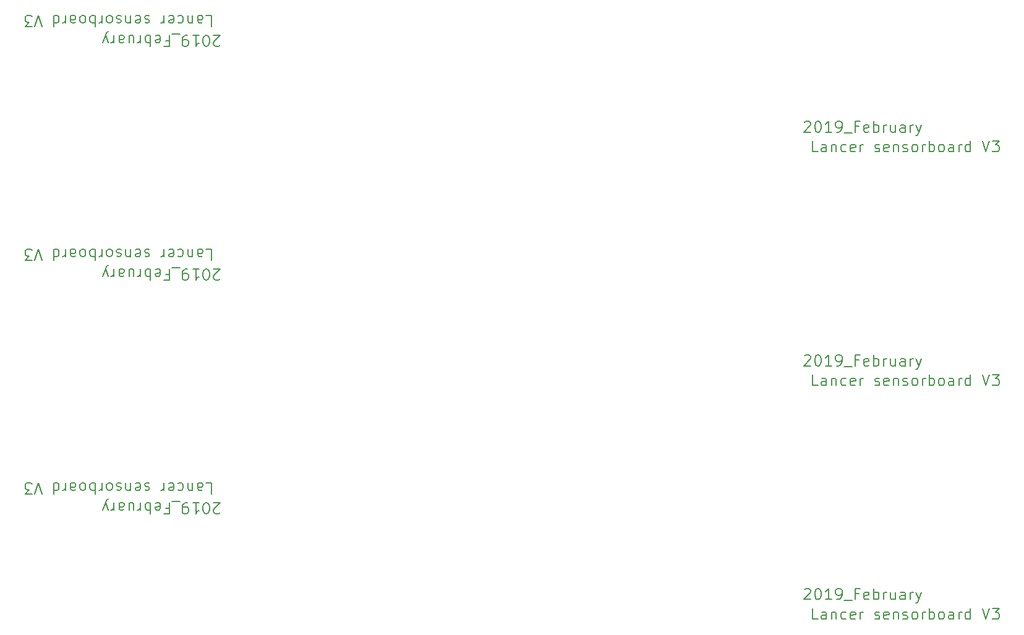
<source format=gto>
G04 #@! TF.GenerationSoftware,KiCad,Pcbnew,(5.0.0)*
G04 #@! TF.CreationDate,2019-02-16T18:39:58+09:00*
G04 #@! TF.ProjectId,lancer_sensorboard_v3,6C616E6365725F73656E736F72626F61,rev?*
G04 #@! TF.SameCoordinates,Original*
G04 #@! TF.FileFunction,Legend,Top*
G04 #@! TF.FilePolarity,Positive*
%FSLAX46Y46*%
G04 Gerber Fmt 4.6, Leading zero omitted, Abs format (unit mm)*
G04 Created by KiCad (PCBNEW (5.0.0)) date 02/16/19 18:39:58*
%MOMM*%
%LPD*%
G01*
G04 APERTURE LIST*
%ADD10C,0.200000*%
%ADD11C,3.600000*%
G04 APERTURE END LIST*
D10*
X79977939Y-64228571D02*
X79906511Y-64300000D01*
X79763654Y-64371428D01*
X79406511Y-64371428D01*
X79263654Y-64300000D01*
X79192225Y-64228571D01*
X79120796Y-64085714D01*
X79120796Y-63942857D01*
X79192225Y-63728571D01*
X80049368Y-62871428D01*
X79120796Y-62871428D01*
X78192225Y-64371428D02*
X78049368Y-64371428D01*
X77906511Y-64300000D01*
X77835082Y-64228571D01*
X77763654Y-64085714D01*
X77692225Y-63800000D01*
X77692225Y-63442857D01*
X77763654Y-63157142D01*
X77835082Y-63014285D01*
X77906511Y-62942857D01*
X78049368Y-62871428D01*
X78192225Y-62871428D01*
X78335082Y-62942857D01*
X78406511Y-63014285D01*
X78477939Y-63157142D01*
X78549368Y-63442857D01*
X78549368Y-63800000D01*
X78477939Y-64085714D01*
X78406511Y-64228571D01*
X78335082Y-64300000D01*
X78192225Y-64371428D01*
X76263654Y-62871428D02*
X77120796Y-62871428D01*
X76692225Y-62871428D02*
X76692225Y-64371428D01*
X76835082Y-64157142D01*
X76977939Y-64014285D01*
X77120796Y-63942857D01*
X75549368Y-62871428D02*
X75263654Y-62871428D01*
X75120796Y-62942857D01*
X75049368Y-63014285D01*
X74906511Y-63228571D01*
X74835082Y-63514285D01*
X74835082Y-64085714D01*
X74906511Y-64228571D01*
X74977939Y-64300000D01*
X75120796Y-64371428D01*
X75406511Y-64371428D01*
X75549368Y-64300000D01*
X75620796Y-64228571D01*
X75692225Y-64085714D01*
X75692225Y-63728571D01*
X75620796Y-63585714D01*
X75549368Y-63514285D01*
X75406511Y-63442857D01*
X75120796Y-63442857D01*
X74977939Y-63514285D01*
X74906511Y-63585714D01*
X74835082Y-63728571D01*
X74549368Y-62728571D02*
X73406511Y-62728571D01*
X72549368Y-63657142D02*
X73049368Y-63657142D01*
X73049368Y-62871428D02*
X73049368Y-64371428D01*
X72335082Y-64371428D01*
X71192225Y-62942857D02*
X71335082Y-62871428D01*
X71620796Y-62871428D01*
X71763654Y-62942857D01*
X71835082Y-63085714D01*
X71835082Y-63657142D01*
X71763654Y-63800000D01*
X71620796Y-63871428D01*
X71335082Y-63871428D01*
X71192225Y-63800000D01*
X71120796Y-63657142D01*
X71120796Y-63514285D01*
X71835082Y-63371428D01*
X70477939Y-62871428D02*
X70477939Y-64371428D01*
X70477939Y-63800000D02*
X70335082Y-63871428D01*
X70049368Y-63871428D01*
X69906511Y-63800000D01*
X69835082Y-63728571D01*
X69763654Y-63585714D01*
X69763654Y-63157142D01*
X69835082Y-63014285D01*
X69906511Y-62942857D01*
X70049368Y-62871428D01*
X70335082Y-62871428D01*
X70477939Y-62942857D01*
X69120796Y-62871428D02*
X69120796Y-63871428D01*
X69120796Y-63585714D02*
X69049368Y-63728571D01*
X68977939Y-63800000D01*
X68835082Y-63871428D01*
X68692225Y-63871428D01*
X67549368Y-63871428D02*
X67549368Y-62871428D01*
X68192225Y-63871428D02*
X68192225Y-63085714D01*
X68120796Y-62942857D01*
X67977939Y-62871428D01*
X67763654Y-62871428D01*
X67620796Y-62942857D01*
X67549368Y-63014285D01*
X66192225Y-62871428D02*
X66192225Y-63657142D01*
X66263654Y-63800000D01*
X66406511Y-63871428D01*
X66692225Y-63871428D01*
X66835082Y-63800000D01*
X66192225Y-62942857D02*
X66335082Y-62871428D01*
X66692225Y-62871428D01*
X66835082Y-62942857D01*
X66906511Y-63085714D01*
X66906511Y-63228571D01*
X66835082Y-63371428D01*
X66692225Y-63442857D01*
X66335082Y-63442857D01*
X66192225Y-63514285D01*
X65477939Y-62871428D02*
X65477939Y-63871428D01*
X65477939Y-63585714D02*
X65406511Y-63728571D01*
X65335082Y-63800000D01*
X65192225Y-63871428D01*
X65049368Y-63871428D01*
X64692225Y-63871428D02*
X64335082Y-62871428D01*
X63977939Y-63871428D02*
X64335082Y-62871428D01*
X64477939Y-62514285D01*
X64549368Y-62442857D01*
X64692225Y-62371428D01*
X78113654Y-60171428D02*
X78827939Y-60171428D01*
X78827939Y-61671428D01*
X76970796Y-60171428D02*
X76970796Y-60957142D01*
X77042225Y-61100000D01*
X77185082Y-61171428D01*
X77470796Y-61171428D01*
X77613654Y-61100000D01*
X76970796Y-60242857D02*
X77113654Y-60171428D01*
X77470796Y-60171428D01*
X77613654Y-60242857D01*
X77685082Y-60385714D01*
X77685082Y-60528571D01*
X77613654Y-60671428D01*
X77470796Y-60742857D01*
X77113654Y-60742857D01*
X76970796Y-60814285D01*
X76256511Y-61171428D02*
X76256511Y-60171428D01*
X76256511Y-61028571D02*
X76185082Y-61100000D01*
X76042225Y-61171428D01*
X75827939Y-61171428D01*
X75685082Y-61100000D01*
X75613654Y-60957142D01*
X75613654Y-60171428D01*
X74256511Y-60242857D02*
X74399368Y-60171428D01*
X74685082Y-60171428D01*
X74827939Y-60242857D01*
X74899368Y-60314285D01*
X74970796Y-60457142D01*
X74970796Y-60885714D01*
X74899368Y-61028571D01*
X74827939Y-61100000D01*
X74685082Y-61171428D01*
X74399368Y-61171428D01*
X74256511Y-61100000D01*
X73042225Y-60242857D02*
X73185082Y-60171428D01*
X73470796Y-60171428D01*
X73613654Y-60242857D01*
X73685082Y-60385714D01*
X73685082Y-60957142D01*
X73613654Y-61100000D01*
X73470796Y-61171428D01*
X73185082Y-61171428D01*
X73042225Y-61100000D01*
X72970796Y-60957142D01*
X72970796Y-60814285D01*
X73685082Y-60671428D01*
X72327939Y-60171428D02*
X72327939Y-61171428D01*
X72327939Y-60885714D02*
X72256511Y-61028571D01*
X72185082Y-61100000D01*
X72042225Y-61171428D01*
X71899368Y-61171428D01*
X70327939Y-60242857D02*
X70185082Y-60171428D01*
X69899368Y-60171428D01*
X69756511Y-60242857D01*
X69685082Y-60385714D01*
X69685082Y-60457142D01*
X69756511Y-60600000D01*
X69899368Y-60671428D01*
X70113654Y-60671428D01*
X70256511Y-60742857D01*
X70327939Y-60885714D01*
X70327939Y-60957142D01*
X70256511Y-61100000D01*
X70113654Y-61171428D01*
X69899368Y-61171428D01*
X69756511Y-61100000D01*
X68470796Y-60242857D02*
X68613654Y-60171428D01*
X68899368Y-60171428D01*
X69042225Y-60242857D01*
X69113654Y-60385714D01*
X69113654Y-60957142D01*
X69042225Y-61100000D01*
X68899368Y-61171428D01*
X68613654Y-61171428D01*
X68470796Y-61100000D01*
X68399368Y-60957142D01*
X68399368Y-60814285D01*
X69113654Y-60671428D01*
X67756511Y-61171428D02*
X67756511Y-60171428D01*
X67756511Y-61028571D02*
X67685082Y-61100000D01*
X67542225Y-61171428D01*
X67327939Y-61171428D01*
X67185082Y-61100000D01*
X67113654Y-60957142D01*
X67113654Y-60171428D01*
X66470796Y-60242857D02*
X66327939Y-60171428D01*
X66042225Y-60171428D01*
X65899368Y-60242857D01*
X65827939Y-60385714D01*
X65827939Y-60457142D01*
X65899368Y-60600000D01*
X66042225Y-60671428D01*
X66256511Y-60671428D01*
X66399368Y-60742857D01*
X66470796Y-60885714D01*
X66470796Y-60957142D01*
X66399368Y-61100000D01*
X66256511Y-61171428D01*
X66042225Y-61171428D01*
X65899368Y-61100000D01*
X64970796Y-60171428D02*
X65113654Y-60242857D01*
X65185082Y-60314285D01*
X65256511Y-60457142D01*
X65256511Y-60885714D01*
X65185082Y-61028571D01*
X65113654Y-61100000D01*
X64970796Y-61171428D01*
X64756511Y-61171428D01*
X64613654Y-61100000D01*
X64542225Y-61028571D01*
X64470796Y-60885714D01*
X64470796Y-60457142D01*
X64542225Y-60314285D01*
X64613654Y-60242857D01*
X64756511Y-60171428D01*
X64970796Y-60171428D01*
X63827939Y-60171428D02*
X63827939Y-61171428D01*
X63827939Y-60885714D02*
X63756511Y-61028571D01*
X63685082Y-61100000D01*
X63542225Y-61171428D01*
X63399368Y-61171428D01*
X62899368Y-60171428D02*
X62899368Y-61671428D01*
X62899368Y-61100000D02*
X62756511Y-61171428D01*
X62470796Y-61171428D01*
X62327939Y-61100000D01*
X62256511Y-61028571D01*
X62185082Y-60885714D01*
X62185082Y-60457142D01*
X62256511Y-60314285D01*
X62327939Y-60242857D01*
X62470796Y-60171428D01*
X62756511Y-60171428D01*
X62899368Y-60242857D01*
X61327939Y-60171428D02*
X61470796Y-60242857D01*
X61542225Y-60314285D01*
X61613654Y-60457142D01*
X61613654Y-60885714D01*
X61542225Y-61028571D01*
X61470796Y-61100000D01*
X61327939Y-61171428D01*
X61113654Y-61171428D01*
X60970796Y-61100000D01*
X60899368Y-61028571D01*
X60827939Y-60885714D01*
X60827939Y-60457142D01*
X60899368Y-60314285D01*
X60970796Y-60242857D01*
X61113654Y-60171428D01*
X61327939Y-60171428D01*
X59542225Y-60171428D02*
X59542225Y-60957142D01*
X59613654Y-61100000D01*
X59756511Y-61171428D01*
X60042225Y-61171428D01*
X60185082Y-61100000D01*
X59542225Y-60242857D02*
X59685082Y-60171428D01*
X60042225Y-60171428D01*
X60185082Y-60242857D01*
X60256511Y-60385714D01*
X60256511Y-60528571D01*
X60185082Y-60671428D01*
X60042225Y-60742857D01*
X59685082Y-60742857D01*
X59542225Y-60814285D01*
X58827939Y-60171428D02*
X58827939Y-61171428D01*
X58827939Y-60885714D02*
X58756511Y-61028571D01*
X58685082Y-61100000D01*
X58542225Y-61171428D01*
X58399368Y-61171428D01*
X57256511Y-60171428D02*
X57256511Y-61671428D01*
X57256511Y-60242857D02*
X57399368Y-60171428D01*
X57685082Y-60171428D01*
X57827939Y-60242857D01*
X57899368Y-60314285D01*
X57970796Y-60457142D01*
X57970796Y-60885714D01*
X57899368Y-61028571D01*
X57827939Y-61100000D01*
X57685082Y-61171428D01*
X57399368Y-61171428D01*
X57256511Y-61100000D01*
X55613654Y-61671428D02*
X55113654Y-60171428D01*
X54613654Y-61671428D01*
X54256511Y-61671428D02*
X53327939Y-61671428D01*
X53827939Y-61100000D01*
X53613654Y-61100000D01*
X53470796Y-61028571D01*
X53399368Y-60957142D01*
X53327939Y-60814285D01*
X53327939Y-60457142D01*
X53399368Y-60314285D01*
X53470796Y-60242857D01*
X53613654Y-60171428D01*
X54042225Y-60171428D01*
X54185082Y-60242857D01*
X54256511Y-60314285D01*
X160022060Y-74771428D02*
X160093488Y-74700000D01*
X160236346Y-74628571D01*
X160593488Y-74628571D01*
X160736346Y-74700000D01*
X160807774Y-74771428D01*
X160879203Y-74914285D01*
X160879203Y-75057142D01*
X160807774Y-75271428D01*
X159950631Y-76128571D01*
X160879203Y-76128571D01*
X161807774Y-74628571D02*
X161950631Y-74628571D01*
X162093488Y-74700000D01*
X162164917Y-74771428D01*
X162236346Y-74914285D01*
X162307774Y-75200000D01*
X162307774Y-75557142D01*
X162236346Y-75842857D01*
X162164917Y-75985714D01*
X162093488Y-76057142D01*
X161950631Y-76128571D01*
X161807774Y-76128571D01*
X161664917Y-76057142D01*
X161593488Y-75985714D01*
X161522060Y-75842857D01*
X161450631Y-75557142D01*
X161450631Y-75200000D01*
X161522060Y-74914285D01*
X161593488Y-74771428D01*
X161664917Y-74700000D01*
X161807774Y-74628571D01*
X163736346Y-76128571D02*
X162879203Y-76128571D01*
X163307774Y-76128571D02*
X163307774Y-74628571D01*
X163164917Y-74842857D01*
X163022060Y-74985714D01*
X162879203Y-75057142D01*
X164450631Y-76128571D02*
X164736346Y-76128571D01*
X164879203Y-76057142D01*
X164950631Y-75985714D01*
X165093488Y-75771428D01*
X165164917Y-75485714D01*
X165164917Y-74914285D01*
X165093488Y-74771428D01*
X165022060Y-74700000D01*
X164879203Y-74628571D01*
X164593488Y-74628571D01*
X164450631Y-74700000D01*
X164379203Y-74771428D01*
X164307774Y-74914285D01*
X164307774Y-75271428D01*
X164379203Y-75414285D01*
X164450631Y-75485714D01*
X164593488Y-75557142D01*
X164879203Y-75557142D01*
X165022060Y-75485714D01*
X165093488Y-75414285D01*
X165164917Y-75271428D01*
X165450631Y-76271428D02*
X166593488Y-76271428D01*
X167450631Y-75342857D02*
X166950631Y-75342857D01*
X166950631Y-76128571D02*
X166950631Y-74628571D01*
X167664917Y-74628571D01*
X168807774Y-76057142D02*
X168664917Y-76128571D01*
X168379203Y-76128571D01*
X168236346Y-76057142D01*
X168164917Y-75914285D01*
X168164917Y-75342857D01*
X168236346Y-75200000D01*
X168379203Y-75128571D01*
X168664917Y-75128571D01*
X168807774Y-75200000D01*
X168879203Y-75342857D01*
X168879203Y-75485714D01*
X168164917Y-75628571D01*
X169522060Y-76128571D02*
X169522060Y-74628571D01*
X169522060Y-75200000D02*
X169664917Y-75128571D01*
X169950631Y-75128571D01*
X170093488Y-75200000D01*
X170164917Y-75271428D01*
X170236346Y-75414285D01*
X170236346Y-75842857D01*
X170164917Y-75985714D01*
X170093488Y-76057142D01*
X169950631Y-76128571D01*
X169664917Y-76128571D01*
X169522060Y-76057142D01*
X170879203Y-76128571D02*
X170879203Y-75128571D01*
X170879203Y-75414285D02*
X170950631Y-75271428D01*
X171022060Y-75200000D01*
X171164917Y-75128571D01*
X171307774Y-75128571D01*
X172450631Y-75128571D02*
X172450631Y-76128571D01*
X171807774Y-75128571D02*
X171807774Y-75914285D01*
X171879203Y-76057142D01*
X172022060Y-76128571D01*
X172236346Y-76128571D01*
X172379203Y-76057142D01*
X172450631Y-75985714D01*
X173807774Y-76128571D02*
X173807774Y-75342857D01*
X173736346Y-75200000D01*
X173593488Y-75128571D01*
X173307774Y-75128571D01*
X173164917Y-75200000D01*
X173807774Y-76057142D02*
X173664917Y-76128571D01*
X173307774Y-76128571D01*
X173164917Y-76057142D01*
X173093488Y-75914285D01*
X173093488Y-75771428D01*
X173164917Y-75628571D01*
X173307774Y-75557142D01*
X173664917Y-75557142D01*
X173807774Y-75485714D01*
X174522060Y-76128571D02*
X174522060Y-75128571D01*
X174522060Y-75414285D02*
X174593488Y-75271428D01*
X174664917Y-75200000D01*
X174807774Y-75128571D01*
X174950631Y-75128571D01*
X175307774Y-75128571D02*
X175664917Y-76128571D01*
X176022060Y-75128571D02*
X175664917Y-76128571D01*
X175522060Y-76485714D01*
X175450631Y-76557142D01*
X175307774Y-76628571D01*
X161886346Y-78828571D02*
X161172060Y-78828571D01*
X161172060Y-77328571D01*
X163029203Y-78828571D02*
X163029203Y-78042857D01*
X162957774Y-77900000D01*
X162814917Y-77828571D01*
X162529203Y-77828571D01*
X162386346Y-77900000D01*
X163029203Y-78757142D02*
X162886346Y-78828571D01*
X162529203Y-78828571D01*
X162386346Y-78757142D01*
X162314917Y-78614285D01*
X162314917Y-78471428D01*
X162386346Y-78328571D01*
X162529203Y-78257142D01*
X162886346Y-78257142D01*
X163029203Y-78185714D01*
X163743488Y-77828571D02*
X163743488Y-78828571D01*
X163743488Y-77971428D02*
X163814917Y-77900000D01*
X163957774Y-77828571D01*
X164172060Y-77828571D01*
X164314917Y-77900000D01*
X164386346Y-78042857D01*
X164386346Y-78828571D01*
X165743488Y-78757142D02*
X165600631Y-78828571D01*
X165314917Y-78828571D01*
X165172060Y-78757142D01*
X165100631Y-78685714D01*
X165029203Y-78542857D01*
X165029203Y-78114285D01*
X165100631Y-77971428D01*
X165172060Y-77900000D01*
X165314917Y-77828571D01*
X165600631Y-77828571D01*
X165743488Y-77900000D01*
X166957774Y-78757142D02*
X166814917Y-78828571D01*
X166529203Y-78828571D01*
X166386346Y-78757142D01*
X166314917Y-78614285D01*
X166314917Y-78042857D01*
X166386346Y-77900000D01*
X166529203Y-77828571D01*
X166814917Y-77828571D01*
X166957774Y-77900000D01*
X167029203Y-78042857D01*
X167029203Y-78185714D01*
X166314917Y-78328571D01*
X167672060Y-78828571D02*
X167672060Y-77828571D01*
X167672060Y-78114285D02*
X167743488Y-77971428D01*
X167814917Y-77900000D01*
X167957774Y-77828571D01*
X168100631Y-77828571D01*
X169672060Y-78757142D02*
X169814917Y-78828571D01*
X170100631Y-78828571D01*
X170243488Y-78757142D01*
X170314917Y-78614285D01*
X170314917Y-78542857D01*
X170243488Y-78400000D01*
X170100631Y-78328571D01*
X169886346Y-78328571D01*
X169743488Y-78257142D01*
X169672060Y-78114285D01*
X169672060Y-78042857D01*
X169743488Y-77900000D01*
X169886346Y-77828571D01*
X170100631Y-77828571D01*
X170243488Y-77900000D01*
X171529203Y-78757142D02*
X171386346Y-78828571D01*
X171100631Y-78828571D01*
X170957774Y-78757142D01*
X170886346Y-78614285D01*
X170886346Y-78042857D01*
X170957774Y-77900000D01*
X171100631Y-77828571D01*
X171386346Y-77828571D01*
X171529203Y-77900000D01*
X171600631Y-78042857D01*
X171600631Y-78185714D01*
X170886346Y-78328571D01*
X172243488Y-77828571D02*
X172243488Y-78828571D01*
X172243488Y-77971428D02*
X172314917Y-77900000D01*
X172457774Y-77828571D01*
X172672060Y-77828571D01*
X172814917Y-77900000D01*
X172886346Y-78042857D01*
X172886346Y-78828571D01*
X173529203Y-78757142D02*
X173672060Y-78828571D01*
X173957774Y-78828571D01*
X174100631Y-78757142D01*
X174172060Y-78614285D01*
X174172060Y-78542857D01*
X174100631Y-78400000D01*
X173957774Y-78328571D01*
X173743488Y-78328571D01*
X173600631Y-78257142D01*
X173529203Y-78114285D01*
X173529203Y-78042857D01*
X173600631Y-77900000D01*
X173743488Y-77828571D01*
X173957774Y-77828571D01*
X174100631Y-77900000D01*
X175029203Y-78828571D02*
X174886346Y-78757142D01*
X174814917Y-78685714D01*
X174743488Y-78542857D01*
X174743488Y-78114285D01*
X174814917Y-77971428D01*
X174886346Y-77900000D01*
X175029203Y-77828571D01*
X175243488Y-77828571D01*
X175386346Y-77900000D01*
X175457774Y-77971428D01*
X175529203Y-78114285D01*
X175529203Y-78542857D01*
X175457774Y-78685714D01*
X175386346Y-78757142D01*
X175243488Y-78828571D01*
X175029203Y-78828571D01*
X176172060Y-78828571D02*
X176172060Y-77828571D01*
X176172060Y-78114285D02*
X176243488Y-77971428D01*
X176314917Y-77900000D01*
X176457774Y-77828571D01*
X176600631Y-77828571D01*
X177100631Y-78828571D02*
X177100631Y-77328571D01*
X177100631Y-77900000D02*
X177243488Y-77828571D01*
X177529203Y-77828571D01*
X177672060Y-77900000D01*
X177743488Y-77971428D01*
X177814917Y-78114285D01*
X177814917Y-78542857D01*
X177743488Y-78685714D01*
X177672060Y-78757142D01*
X177529203Y-78828571D01*
X177243488Y-78828571D01*
X177100631Y-78757142D01*
X178672060Y-78828571D02*
X178529203Y-78757142D01*
X178457774Y-78685714D01*
X178386346Y-78542857D01*
X178386346Y-78114285D01*
X178457774Y-77971428D01*
X178529203Y-77900000D01*
X178672060Y-77828571D01*
X178886346Y-77828571D01*
X179029203Y-77900000D01*
X179100631Y-77971428D01*
X179172060Y-78114285D01*
X179172060Y-78542857D01*
X179100631Y-78685714D01*
X179029203Y-78757142D01*
X178886346Y-78828571D01*
X178672060Y-78828571D01*
X180457774Y-78828571D02*
X180457774Y-78042857D01*
X180386346Y-77900000D01*
X180243488Y-77828571D01*
X179957774Y-77828571D01*
X179814917Y-77900000D01*
X180457774Y-78757142D02*
X180314917Y-78828571D01*
X179957774Y-78828571D01*
X179814917Y-78757142D01*
X179743488Y-78614285D01*
X179743488Y-78471428D01*
X179814917Y-78328571D01*
X179957774Y-78257142D01*
X180314917Y-78257142D01*
X180457774Y-78185714D01*
X181172060Y-78828571D02*
X181172060Y-77828571D01*
X181172060Y-78114285D02*
X181243488Y-77971428D01*
X181314917Y-77900000D01*
X181457774Y-77828571D01*
X181600631Y-77828571D01*
X182743488Y-78828571D02*
X182743488Y-77328571D01*
X182743488Y-78757142D02*
X182600631Y-78828571D01*
X182314917Y-78828571D01*
X182172060Y-78757142D01*
X182100631Y-78685714D01*
X182029203Y-78542857D01*
X182029203Y-78114285D01*
X182100631Y-77971428D01*
X182172060Y-77900000D01*
X182314917Y-77828571D01*
X182600631Y-77828571D01*
X182743488Y-77900000D01*
X184386346Y-77328571D02*
X184886346Y-78828571D01*
X185386346Y-77328571D01*
X185743488Y-77328571D02*
X186672060Y-77328571D01*
X186172060Y-77900000D01*
X186386346Y-77900000D01*
X186529203Y-77971428D01*
X186600631Y-78042857D01*
X186672060Y-78185714D01*
X186672060Y-78542857D01*
X186600631Y-78685714D01*
X186529203Y-78757142D01*
X186386346Y-78828571D01*
X185957774Y-78828571D01*
X185814917Y-78757142D01*
X185743488Y-78685714D01*
X79977939Y-96228571D02*
X79906511Y-96300000D01*
X79763654Y-96371428D01*
X79406511Y-96371428D01*
X79263654Y-96300000D01*
X79192225Y-96228571D01*
X79120796Y-96085714D01*
X79120796Y-95942857D01*
X79192225Y-95728571D01*
X80049368Y-94871428D01*
X79120796Y-94871428D01*
X78192225Y-96371428D02*
X78049368Y-96371428D01*
X77906511Y-96300000D01*
X77835082Y-96228571D01*
X77763654Y-96085714D01*
X77692225Y-95800000D01*
X77692225Y-95442857D01*
X77763654Y-95157142D01*
X77835082Y-95014285D01*
X77906511Y-94942857D01*
X78049368Y-94871428D01*
X78192225Y-94871428D01*
X78335082Y-94942857D01*
X78406511Y-95014285D01*
X78477939Y-95157142D01*
X78549368Y-95442857D01*
X78549368Y-95800000D01*
X78477939Y-96085714D01*
X78406511Y-96228571D01*
X78335082Y-96300000D01*
X78192225Y-96371428D01*
X76263654Y-94871428D02*
X77120796Y-94871428D01*
X76692225Y-94871428D02*
X76692225Y-96371428D01*
X76835082Y-96157142D01*
X76977939Y-96014285D01*
X77120796Y-95942857D01*
X75549368Y-94871428D02*
X75263654Y-94871428D01*
X75120796Y-94942857D01*
X75049368Y-95014285D01*
X74906511Y-95228571D01*
X74835082Y-95514285D01*
X74835082Y-96085714D01*
X74906511Y-96228571D01*
X74977939Y-96300000D01*
X75120796Y-96371428D01*
X75406511Y-96371428D01*
X75549368Y-96300000D01*
X75620796Y-96228571D01*
X75692225Y-96085714D01*
X75692225Y-95728571D01*
X75620796Y-95585714D01*
X75549368Y-95514285D01*
X75406511Y-95442857D01*
X75120796Y-95442857D01*
X74977939Y-95514285D01*
X74906511Y-95585714D01*
X74835082Y-95728571D01*
X74549368Y-94728571D02*
X73406511Y-94728571D01*
X72549368Y-95657142D02*
X73049368Y-95657142D01*
X73049368Y-94871428D02*
X73049368Y-96371428D01*
X72335082Y-96371428D01*
X71192225Y-94942857D02*
X71335082Y-94871428D01*
X71620796Y-94871428D01*
X71763654Y-94942857D01*
X71835082Y-95085714D01*
X71835082Y-95657142D01*
X71763654Y-95800000D01*
X71620796Y-95871428D01*
X71335082Y-95871428D01*
X71192225Y-95800000D01*
X71120796Y-95657142D01*
X71120796Y-95514285D01*
X71835082Y-95371428D01*
X70477939Y-94871428D02*
X70477939Y-96371428D01*
X70477939Y-95800000D02*
X70335082Y-95871428D01*
X70049368Y-95871428D01*
X69906511Y-95800000D01*
X69835082Y-95728571D01*
X69763654Y-95585714D01*
X69763654Y-95157142D01*
X69835082Y-95014285D01*
X69906511Y-94942857D01*
X70049368Y-94871428D01*
X70335082Y-94871428D01*
X70477939Y-94942857D01*
X69120796Y-94871428D02*
X69120796Y-95871428D01*
X69120796Y-95585714D02*
X69049368Y-95728571D01*
X68977939Y-95800000D01*
X68835082Y-95871428D01*
X68692225Y-95871428D01*
X67549368Y-95871428D02*
X67549368Y-94871428D01*
X68192225Y-95871428D02*
X68192225Y-95085714D01*
X68120796Y-94942857D01*
X67977939Y-94871428D01*
X67763654Y-94871428D01*
X67620796Y-94942857D01*
X67549368Y-95014285D01*
X66192225Y-94871428D02*
X66192225Y-95657142D01*
X66263654Y-95800000D01*
X66406511Y-95871428D01*
X66692225Y-95871428D01*
X66835082Y-95800000D01*
X66192225Y-94942857D02*
X66335082Y-94871428D01*
X66692225Y-94871428D01*
X66835082Y-94942857D01*
X66906511Y-95085714D01*
X66906511Y-95228571D01*
X66835082Y-95371428D01*
X66692225Y-95442857D01*
X66335082Y-95442857D01*
X66192225Y-95514285D01*
X65477939Y-94871428D02*
X65477939Y-95871428D01*
X65477939Y-95585714D02*
X65406511Y-95728571D01*
X65335082Y-95800000D01*
X65192225Y-95871428D01*
X65049368Y-95871428D01*
X64692225Y-95871428D02*
X64335082Y-94871428D01*
X63977939Y-95871428D02*
X64335082Y-94871428D01*
X64477939Y-94514285D01*
X64549368Y-94442857D01*
X64692225Y-94371428D01*
X78113654Y-92171428D02*
X78827939Y-92171428D01*
X78827939Y-93671428D01*
X76970796Y-92171428D02*
X76970796Y-92957142D01*
X77042225Y-93100000D01*
X77185082Y-93171428D01*
X77470796Y-93171428D01*
X77613654Y-93100000D01*
X76970796Y-92242857D02*
X77113654Y-92171428D01*
X77470796Y-92171428D01*
X77613654Y-92242857D01*
X77685082Y-92385714D01*
X77685082Y-92528571D01*
X77613654Y-92671428D01*
X77470796Y-92742857D01*
X77113654Y-92742857D01*
X76970796Y-92814285D01*
X76256511Y-93171428D02*
X76256511Y-92171428D01*
X76256511Y-93028571D02*
X76185082Y-93100000D01*
X76042225Y-93171428D01*
X75827939Y-93171428D01*
X75685082Y-93100000D01*
X75613654Y-92957142D01*
X75613654Y-92171428D01*
X74256511Y-92242857D02*
X74399368Y-92171428D01*
X74685082Y-92171428D01*
X74827939Y-92242857D01*
X74899368Y-92314285D01*
X74970796Y-92457142D01*
X74970796Y-92885714D01*
X74899368Y-93028571D01*
X74827939Y-93100000D01*
X74685082Y-93171428D01*
X74399368Y-93171428D01*
X74256511Y-93100000D01*
X73042225Y-92242857D02*
X73185082Y-92171428D01*
X73470796Y-92171428D01*
X73613654Y-92242857D01*
X73685082Y-92385714D01*
X73685082Y-92957142D01*
X73613654Y-93100000D01*
X73470796Y-93171428D01*
X73185082Y-93171428D01*
X73042225Y-93100000D01*
X72970796Y-92957142D01*
X72970796Y-92814285D01*
X73685082Y-92671428D01*
X72327939Y-92171428D02*
X72327939Y-93171428D01*
X72327939Y-92885714D02*
X72256511Y-93028571D01*
X72185082Y-93100000D01*
X72042225Y-93171428D01*
X71899368Y-93171428D01*
X70327939Y-92242857D02*
X70185082Y-92171428D01*
X69899368Y-92171428D01*
X69756511Y-92242857D01*
X69685082Y-92385714D01*
X69685082Y-92457142D01*
X69756511Y-92600000D01*
X69899368Y-92671428D01*
X70113654Y-92671428D01*
X70256511Y-92742857D01*
X70327939Y-92885714D01*
X70327939Y-92957142D01*
X70256511Y-93100000D01*
X70113654Y-93171428D01*
X69899368Y-93171428D01*
X69756511Y-93100000D01*
X68470796Y-92242857D02*
X68613654Y-92171428D01*
X68899368Y-92171428D01*
X69042225Y-92242857D01*
X69113654Y-92385714D01*
X69113654Y-92957142D01*
X69042225Y-93100000D01*
X68899368Y-93171428D01*
X68613654Y-93171428D01*
X68470796Y-93100000D01*
X68399368Y-92957142D01*
X68399368Y-92814285D01*
X69113654Y-92671428D01*
X67756511Y-93171428D02*
X67756511Y-92171428D01*
X67756511Y-93028571D02*
X67685082Y-93100000D01*
X67542225Y-93171428D01*
X67327939Y-93171428D01*
X67185082Y-93100000D01*
X67113654Y-92957142D01*
X67113654Y-92171428D01*
X66470796Y-92242857D02*
X66327939Y-92171428D01*
X66042225Y-92171428D01*
X65899368Y-92242857D01*
X65827939Y-92385714D01*
X65827939Y-92457142D01*
X65899368Y-92600000D01*
X66042225Y-92671428D01*
X66256511Y-92671428D01*
X66399368Y-92742857D01*
X66470796Y-92885714D01*
X66470796Y-92957142D01*
X66399368Y-93100000D01*
X66256511Y-93171428D01*
X66042225Y-93171428D01*
X65899368Y-93100000D01*
X64970796Y-92171428D02*
X65113654Y-92242857D01*
X65185082Y-92314285D01*
X65256511Y-92457142D01*
X65256511Y-92885714D01*
X65185082Y-93028571D01*
X65113654Y-93100000D01*
X64970796Y-93171428D01*
X64756511Y-93171428D01*
X64613654Y-93100000D01*
X64542225Y-93028571D01*
X64470796Y-92885714D01*
X64470796Y-92457142D01*
X64542225Y-92314285D01*
X64613654Y-92242857D01*
X64756511Y-92171428D01*
X64970796Y-92171428D01*
X63827939Y-92171428D02*
X63827939Y-93171428D01*
X63827939Y-92885714D02*
X63756511Y-93028571D01*
X63685082Y-93100000D01*
X63542225Y-93171428D01*
X63399368Y-93171428D01*
X62899368Y-92171428D02*
X62899368Y-93671428D01*
X62899368Y-93100000D02*
X62756511Y-93171428D01*
X62470796Y-93171428D01*
X62327939Y-93100000D01*
X62256511Y-93028571D01*
X62185082Y-92885714D01*
X62185082Y-92457142D01*
X62256511Y-92314285D01*
X62327939Y-92242857D01*
X62470796Y-92171428D01*
X62756511Y-92171428D01*
X62899368Y-92242857D01*
X61327939Y-92171428D02*
X61470796Y-92242857D01*
X61542225Y-92314285D01*
X61613654Y-92457142D01*
X61613654Y-92885714D01*
X61542225Y-93028571D01*
X61470796Y-93100000D01*
X61327939Y-93171428D01*
X61113654Y-93171428D01*
X60970796Y-93100000D01*
X60899368Y-93028571D01*
X60827939Y-92885714D01*
X60827939Y-92457142D01*
X60899368Y-92314285D01*
X60970796Y-92242857D01*
X61113654Y-92171428D01*
X61327939Y-92171428D01*
X59542225Y-92171428D02*
X59542225Y-92957142D01*
X59613654Y-93100000D01*
X59756511Y-93171428D01*
X60042225Y-93171428D01*
X60185082Y-93100000D01*
X59542225Y-92242857D02*
X59685082Y-92171428D01*
X60042225Y-92171428D01*
X60185082Y-92242857D01*
X60256511Y-92385714D01*
X60256511Y-92528571D01*
X60185082Y-92671428D01*
X60042225Y-92742857D01*
X59685082Y-92742857D01*
X59542225Y-92814285D01*
X58827939Y-92171428D02*
X58827939Y-93171428D01*
X58827939Y-92885714D02*
X58756511Y-93028571D01*
X58685082Y-93100000D01*
X58542225Y-93171428D01*
X58399368Y-93171428D01*
X57256511Y-92171428D02*
X57256511Y-93671428D01*
X57256511Y-92242857D02*
X57399368Y-92171428D01*
X57685082Y-92171428D01*
X57827939Y-92242857D01*
X57899368Y-92314285D01*
X57970796Y-92457142D01*
X57970796Y-92885714D01*
X57899368Y-93028571D01*
X57827939Y-93100000D01*
X57685082Y-93171428D01*
X57399368Y-93171428D01*
X57256511Y-93100000D01*
X55613654Y-93671428D02*
X55113654Y-92171428D01*
X54613654Y-93671428D01*
X54256511Y-93671428D02*
X53327939Y-93671428D01*
X53827939Y-93100000D01*
X53613654Y-93100000D01*
X53470796Y-93028571D01*
X53399368Y-92957142D01*
X53327939Y-92814285D01*
X53327939Y-92457142D01*
X53399368Y-92314285D01*
X53470796Y-92242857D01*
X53613654Y-92171428D01*
X54042225Y-92171428D01*
X54185082Y-92242857D01*
X54256511Y-92314285D01*
X160022060Y-106771428D02*
X160093488Y-106700000D01*
X160236346Y-106628571D01*
X160593488Y-106628571D01*
X160736346Y-106700000D01*
X160807774Y-106771428D01*
X160879203Y-106914285D01*
X160879203Y-107057142D01*
X160807774Y-107271428D01*
X159950631Y-108128571D01*
X160879203Y-108128571D01*
X161807774Y-106628571D02*
X161950631Y-106628571D01*
X162093488Y-106700000D01*
X162164917Y-106771428D01*
X162236346Y-106914285D01*
X162307774Y-107200000D01*
X162307774Y-107557142D01*
X162236346Y-107842857D01*
X162164917Y-107985714D01*
X162093488Y-108057142D01*
X161950631Y-108128571D01*
X161807774Y-108128571D01*
X161664917Y-108057142D01*
X161593488Y-107985714D01*
X161522060Y-107842857D01*
X161450631Y-107557142D01*
X161450631Y-107200000D01*
X161522060Y-106914285D01*
X161593488Y-106771428D01*
X161664917Y-106700000D01*
X161807774Y-106628571D01*
X163736346Y-108128571D02*
X162879203Y-108128571D01*
X163307774Y-108128571D02*
X163307774Y-106628571D01*
X163164917Y-106842857D01*
X163022060Y-106985714D01*
X162879203Y-107057142D01*
X164450631Y-108128571D02*
X164736346Y-108128571D01*
X164879203Y-108057142D01*
X164950631Y-107985714D01*
X165093488Y-107771428D01*
X165164917Y-107485714D01*
X165164917Y-106914285D01*
X165093488Y-106771428D01*
X165022060Y-106700000D01*
X164879203Y-106628571D01*
X164593488Y-106628571D01*
X164450631Y-106700000D01*
X164379203Y-106771428D01*
X164307774Y-106914285D01*
X164307774Y-107271428D01*
X164379203Y-107414285D01*
X164450631Y-107485714D01*
X164593488Y-107557142D01*
X164879203Y-107557142D01*
X165022060Y-107485714D01*
X165093488Y-107414285D01*
X165164917Y-107271428D01*
X165450631Y-108271428D02*
X166593488Y-108271428D01*
X167450631Y-107342857D02*
X166950631Y-107342857D01*
X166950631Y-108128571D02*
X166950631Y-106628571D01*
X167664917Y-106628571D01*
X168807774Y-108057142D02*
X168664917Y-108128571D01*
X168379203Y-108128571D01*
X168236346Y-108057142D01*
X168164917Y-107914285D01*
X168164917Y-107342857D01*
X168236346Y-107200000D01*
X168379203Y-107128571D01*
X168664917Y-107128571D01*
X168807774Y-107200000D01*
X168879203Y-107342857D01*
X168879203Y-107485714D01*
X168164917Y-107628571D01*
X169522060Y-108128571D02*
X169522060Y-106628571D01*
X169522060Y-107200000D02*
X169664917Y-107128571D01*
X169950631Y-107128571D01*
X170093488Y-107200000D01*
X170164917Y-107271428D01*
X170236346Y-107414285D01*
X170236346Y-107842857D01*
X170164917Y-107985714D01*
X170093488Y-108057142D01*
X169950631Y-108128571D01*
X169664917Y-108128571D01*
X169522060Y-108057142D01*
X170879203Y-108128571D02*
X170879203Y-107128571D01*
X170879203Y-107414285D02*
X170950631Y-107271428D01*
X171022060Y-107200000D01*
X171164917Y-107128571D01*
X171307774Y-107128571D01*
X172450631Y-107128571D02*
X172450631Y-108128571D01*
X171807774Y-107128571D02*
X171807774Y-107914285D01*
X171879203Y-108057142D01*
X172022060Y-108128571D01*
X172236346Y-108128571D01*
X172379203Y-108057142D01*
X172450631Y-107985714D01*
X173807774Y-108128571D02*
X173807774Y-107342857D01*
X173736346Y-107200000D01*
X173593488Y-107128571D01*
X173307774Y-107128571D01*
X173164917Y-107200000D01*
X173807774Y-108057142D02*
X173664917Y-108128571D01*
X173307774Y-108128571D01*
X173164917Y-108057142D01*
X173093488Y-107914285D01*
X173093488Y-107771428D01*
X173164917Y-107628571D01*
X173307774Y-107557142D01*
X173664917Y-107557142D01*
X173807774Y-107485714D01*
X174522060Y-108128571D02*
X174522060Y-107128571D01*
X174522060Y-107414285D02*
X174593488Y-107271428D01*
X174664917Y-107200000D01*
X174807774Y-107128571D01*
X174950631Y-107128571D01*
X175307774Y-107128571D02*
X175664917Y-108128571D01*
X176022060Y-107128571D02*
X175664917Y-108128571D01*
X175522060Y-108485714D01*
X175450631Y-108557142D01*
X175307774Y-108628571D01*
X161886346Y-110828571D02*
X161172060Y-110828571D01*
X161172060Y-109328571D01*
X163029203Y-110828571D02*
X163029203Y-110042857D01*
X162957774Y-109900000D01*
X162814917Y-109828571D01*
X162529203Y-109828571D01*
X162386346Y-109900000D01*
X163029203Y-110757142D02*
X162886346Y-110828571D01*
X162529203Y-110828571D01*
X162386346Y-110757142D01*
X162314917Y-110614285D01*
X162314917Y-110471428D01*
X162386346Y-110328571D01*
X162529203Y-110257142D01*
X162886346Y-110257142D01*
X163029203Y-110185714D01*
X163743488Y-109828571D02*
X163743488Y-110828571D01*
X163743488Y-109971428D02*
X163814917Y-109900000D01*
X163957774Y-109828571D01*
X164172060Y-109828571D01*
X164314917Y-109900000D01*
X164386346Y-110042857D01*
X164386346Y-110828571D01*
X165743488Y-110757142D02*
X165600631Y-110828571D01*
X165314917Y-110828571D01*
X165172060Y-110757142D01*
X165100631Y-110685714D01*
X165029203Y-110542857D01*
X165029203Y-110114285D01*
X165100631Y-109971428D01*
X165172060Y-109900000D01*
X165314917Y-109828571D01*
X165600631Y-109828571D01*
X165743488Y-109900000D01*
X166957774Y-110757142D02*
X166814917Y-110828571D01*
X166529203Y-110828571D01*
X166386346Y-110757142D01*
X166314917Y-110614285D01*
X166314917Y-110042857D01*
X166386346Y-109900000D01*
X166529203Y-109828571D01*
X166814917Y-109828571D01*
X166957774Y-109900000D01*
X167029203Y-110042857D01*
X167029203Y-110185714D01*
X166314917Y-110328571D01*
X167672060Y-110828571D02*
X167672060Y-109828571D01*
X167672060Y-110114285D02*
X167743488Y-109971428D01*
X167814917Y-109900000D01*
X167957774Y-109828571D01*
X168100631Y-109828571D01*
X169672060Y-110757142D02*
X169814917Y-110828571D01*
X170100631Y-110828571D01*
X170243488Y-110757142D01*
X170314917Y-110614285D01*
X170314917Y-110542857D01*
X170243488Y-110400000D01*
X170100631Y-110328571D01*
X169886346Y-110328571D01*
X169743488Y-110257142D01*
X169672060Y-110114285D01*
X169672060Y-110042857D01*
X169743488Y-109900000D01*
X169886346Y-109828571D01*
X170100631Y-109828571D01*
X170243488Y-109900000D01*
X171529203Y-110757142D02*
X171386346Y-110828571D01*
X171100631Y-110828571D01*
X170957774Y-110757142D01*
X170886346Y-110614285D01*
X170886346Y-110042857D01*
X170957774Y-109900000D01*
X171100631Y-109828571D01*
X171386346Y-109828571D01*
X171529203Y-109900000D01*
X171600631Y-110042857D01*
X171600631Y-110185714D01*
X170886346Y-110328571D01*
X172243488Y-109828571D02*
X172243488Y-110828571D01*
X172243488Y-109971428D02*
X172314917Y-109900000D01*
X172457774Y-109828571D01*
X172672060Y-109828571D01*
X172814917Y-109900000D01*
X172886346Y-110042857D01*
X172886346Y-110828571D01*
X173529203Y-110757142D02*
X173672060Y-110828571D01*
X173957774Y-110828571D01*
X174100631Y-110757142D01*
X174172060Y-110614285D01*
X174172060Y-110542857D01*
X174100631Y-110400000D01*
X173957774Y-110328571D01*
X173743488Y-110328571D01*
X173600631Y-110257142D01*
X173529203Y-110114285D01*
X173529203Y-110042857D01*
X173600631Y-109900000D01*
X173743488Y-109828571D01*
X173957774Y-109828571D01*
X174100631Y-109900000D01*
X175029203Y-110828571D02*
X174886346Y-110757142D01*
X174814917Y-110685714D01*
X174743488Y-110542857D01*
X174743488Y-110114285D01*
X174814917Y-109971428D01*
X174886346Y-109900000D01*
X175029203Y-109828571D01*
X175243488Y-109828571D01*
X175386346Y-109900000D01*
X175457774Y-109971428D01*
X175529203Y-110114285D01*
X175529203Y-110542857D01*
X175457774Y-110685714D01*
X175386346Y-110757142D01*
X175243488Y-110828571D01*
X175029203Y-110828571D01*
X176172060Y-110828571D02*
X176172060Y-109828571D01*
X176172060Y-110114285D02*
X176243488Y-109971428D01*
X176314917Y-109900000D01*
X176457774Y-109828571D01*
X176600631Y-109828571D01*
X177100631Y-110828571D02*
X177100631Y-109328571D01*
X177100631Y-109900000D02*
X177243488Y-109828571D01*
X177529203Y-109828571D01*
X177672060Y-109900000D01*
X177743488Y-109971428D01*
X177814917Y-110114285D01*
X177814917Y-110542857D01*
X177743488Y-110685714D01*
X177672060Y-110757142D01*
X177529203Y-110828571D01*
X177243488Y-110828571D01*
X177100631Y-110757142D01*
X178672060Y-110828571D02*
X178529203Y-110757142D01*
X178457774Y-110685714D01*
X178386346Y-110542857D01*
X178386346Y-110114285D01*
X178457774Y-109971428D01*
X178529203Y-109900000D01*
X178672060Y-109828571D01*
X178886346Y-109828571D01*
X179029203Y-109900000D01*
X179100631Y-109971428D01*
X179172060Y-110114285D01*
X179172060Y-110542857D01*
X179100631Y-110685714D01*
X179029203Y-110757142D01*
X178886346Y-110828571D01*
X178672060Y-110828571D01*
X180457774Y-110828571D02*
X180457774Y-110042857D01*
X180386346Y-109900000D01*
X180243488Y-109828571D01*
X179957774Y-109828571D01*
X179814917Y-109900000D01*
X180457774Y-110757142D02*
X180314917Y-110828571D01*
X179957774Y-110828571D01*
X179814917Y-110757142D01*
X179743488Y-110614285D01*
X179743488Y-110471428D01*
X179814917Y-110328571D01*
X179957774Y-110257142D01*
X180314917Y-110257142D01*
X180457774Y-110185714D01*
X181172060Y-110828571D02*
X181172060Y-109828571D01*
X181172060Y-110114285D02*
X181243488Y-109971428D01*
X181314917Y-109900000D01*
X181457774Y-109828571D01*
X181600631Y-109828571D01*
X182743488Y-110828571D02*
X182743488Y-109328571D01*
X182743488Y-110757142D02*
X182600631Y-110828571D01*
X182314917Y-110828571D01*
X182172060Y-110757142D01*
X182100631Y-110685714D01*
X182029203Y-110542857D01*
X182029203Y-110114285D01*
X182100631Y-109971428D01*
X182172060Y-109900000D01*
X182314917Y-109828571D01*
X182600631Y-109828571D01*
X182743488Y-109900000D01*
X184386346Y-109328571D02*
X184886346Y-110828571D01*
X185386346Y-109328571D01*
X185743488Y-109328571D02*
X186672060Y-109328571D01*
X186172060Y-109900000D01*
X186386346Y-109900000D01*
X186529203Y-109971428D01*
X186600631Y-110042857D01*
X186672060Y-110185714D01*
X186672060Y-110542857D01*
X186600631Y-110685714D01*
X186529203Y-110757142D01*
X186386346Y-110828571D01*
X185957774Y-110828571D01*
X185814917Y-110757142D01*
X185743488Y-110685714D01*
X79977939Y-128228571D02*
X79906511Y-128300000D01*
X79763654Y-128371428D01*
X79406511Y-128371428D01*
X79263654Y-128300000D01*
X79192225Y-128228571D01*
X79120796Y-128085714D01*
X79120796Y-127942857D01*
X79192225Y-127728571D01*
X80049368Y-126871428D01*
X79120796Y-126871428D01*
X78192225Y-128371428D02*
X78049368Y-128371428D01*
X77906511Y-128300000D01*
X77835082Y-128228571D01*
X77763654Y-128085714D01*
X77692225Y-127800000D01*
X77692225Y-127442857D01*
X77763654Y-127157142D01*
X77835082Y-127014285D01*
X77906511Y-126942857D01*
X78049368Y-126871428D01*
X78192225Y-126871428D01*
X78335082Y-126942857D01*
X78406511Y-127014285D01*
X78477939Y-127157142D01*
X78549368Y-127442857D01*
X78549368Y-127800000D01*
X78477939Y-128085714D01*
X78406511Y-128228571D01*
X78335082Y-128300000D01*
X78192225Y-128371428D01*
X76263654Y-126871428D02*
X77120796Y-126871428D01*
X76692225Y-126871428D02*
X76692225Y-128371428D01*
X76835082Y-128157142D01*
X76977939Y-128014285D01*
X77120796Y-127942857D01*
X75549368Y-126871428D02*
X75263654Y-126871428D01*
X75120796Y-126942857D01*
X75049368Y-127014285D01*
X74906511Y-127228571D01*
X74835082Y-127514285D01*
X74835082Y-128085714D01*
X74906511Y-128228571D01*
X74977939Y-128300000D01*
X75120796Y-128371428D01*
X75406511Y-128371428D01*
X75549368Y-128300000D01*
X75620796Y-128228571D01*
X75692225Y-128085714D01*
X75692225Y-127728571D01*
X75620796Y-127585714D01*
X75549368Y-127514285D01*
X75406511Y-127442857D01*
X75120796Y-127442857D01*
X74977939Y-127514285D01*
X74906511Y-127585714D01*
X74835082Y-127728571D01*
X74549368Y-126728571D02*
X73406511Y-126728571D01*
X72549368Y-127657142D02*
X73049368Y-127657142D01*
X73049368Y-126871428D02*
X73049368Y-128371428D01*
X72335082Y-128371428D01*
X71192225Y-126942857D02*
X71335082Y-126871428D01*
X71620796Y-126871428D01*
X71763654Y-126942857D01*
X71835082Y-127085714D01*
X71835082Y-127657142D01*
X71763654Y-127800000D01*
X71620796Y-127871428D01*
X71335082Y-127871428D01*
X71192225Y-127800000D01*
X71120796Y-127657142D01*
X71120796Y-127514285D01*
X71835082Y-127371428D01*
X70477939Y-126871428D02*
X70477939Y-128371428D01*
X70477939Y-127800000D02*
X70335082Y-127871428D01*
X70049368Y-127871428D01*
X69906511Y-127800000D01*
X69835082Y-127728571D01*
X69763654Y-127585714D01*
X69763654Y-127157142D01*
X69835082Y-127014285D01*
X69906511Y-126942857D01*
X70049368Y-126871428D01*
X70335082Y-126871428D01*
X70477939Y-126942857D01*
X69120796Y-126871428D02*
X69120796Y-127871428D01*
X69120796Y-127585714D02*
X69049368Y-127728571D01*
X68977939Y-127800000D01*
X68835082Y-127871428D01*
X68692225Y-127871428D01*
X67549368Y-127871428D02*
X67549368Y-126871428D01*
X68192225Y-127871428D02*
X68192225Y-127085714D01*
X68120796Y-126942857D01*
X67977939Y-126871428D01*
X67763654Y-126871428D01*
X67620796Y-126942857D01*
X67549368Y-127014285D01*
X66192225Y-126871428D02*
X66192225Y-127657142D01*
X66263654Y-127800000D01*
X66406511Y-127871428D01*
X66692225Y-127871428D01*
X66835082Y-127800000D01*
X66192225Y-126942857D02*
X66335082Y-126871428D01*
X66692225Y-126871428D01*
X66835082Y-126942857D01*
X66906511Y-127085714D01*
X66906511Y-127228571D01*
X66835082Y-127371428D01*
X66692225Y-127442857D01*
X66335082Y-127442857D01*
X66192225Y-127514285D01*
X65477939Y-126871428D02*
X65477939Y-127871428D01*
X65477939Y-127585714D02*
X65406511Y-127728571D01*
X65335082Y-127800000D01*
X65192225Y-127871428D01*
X65049368Y-127871428D01*
X64692225Y-127871428D02*
X64335082Y-126871428D01*
X63977939Y-127871428D02*
X64335082Y-126871428D01*
X64477939Y-126514285D01*
X64549368Y-126442857D01*
X64692225Y-126371428D01*
X78113654Y-124171428D02*
X78827939Y-124171428D01*
X78827939Y-125671428D01*
X76970796Y-124171428D02*
X76970796Y-124957142D01*
X77042225Y-125100000D01*
X77185082Y-125171428D01*
X77470796Y-125171428D01*
X77613654Y-125100000D01*
X76970796Y-124242857D02*
X77113654Y-124171428D01*
X77470796Y-124171428D01*
X77613654Y-124242857D01*
X77685082Y-124385714D01*
X77685082Y-124528571D01*
X77613654Y-124671428D01*
X77470796Y-124742857D01*
X77113654Y-124742857D01*
X76970796Y-124814285D01*
X76256511Y-125171428D02*
X76256511Y-124171428D01*
X76256511Y-125028571D02*
X76185082Y-125100000D01*
X76042225Y-125171428D01*
X75827939Y-125171428D01*
X75685082Y-125100000D01*
X75613654Y-124957142D01*
X75613654Y-124171428D01*
X74256511Y-124242857D02*
X74399368Y-124171428D01*
X74685082Y-124171428D01*
X74827939Y-124242857D01*
X74899368Y-124314285D01*
X74970796Y-124457142D01*
X74970796Y-124885714D01*
X74899368Y-125028571D01*
X74827939Y-125100000D01*
X74685082Y-125171428D01*
X74399368Y-125171428D01*
X74256511Y-125100000D01*
X73042225Y-124242857D02*
X73185082Y-124171428D01*
X73470796Y-124171428D01*
X73613654Y-124242857D01*
X73685082Y-124385714D01*
X73685082Y-124957142D01*
X73613654Y-125100000D01*
X73470796Y-125171428D01*
X73185082Y-125171428D01*
X73042225Y-125100000D01*
X72970796Y-124957142D01*
X72970796Y-124814285D01*
X73685082Y-124671428D01*
X72327939Y-124171428D02*
X72327939Y-125171428D01*
X72327939Y-124885714D02*
X72256511Y-125028571D01*
X72185082Y-125100000D01*
X72042225Y-125171428D01*
X71899368Y-125171428D01*
X70327939Y-124242857D02*
X70185082Y-124171428D01*
X69899368Y-124171428D01*
X69756511Y-124242857D01*
X69685082Y-124385714D01*
X69685082Y-124457142D01*
X69756511Y-124600000D01*
X69899368Y-124671428D01*
X70113654Y-124671428D01*
X70256511Y-124742857D01*
X70327939Y-124885714D01*
X70327939Y-124957142D01*
X70256511Y-125100000D01*
X70113654Y-125171428D01*
X69899368Y-125171428D01*
X69756511Y-125100000D01*
X68470796Y-124242857D02*
X68613654Y-124171428D01*
X68899368Y-124171428D01*
X69042225Y-124242857D01*
X69113654Y-124385714D01*
X69113654Y-124957142D01*
X69042225Y-125100000D01*
X68899368Y-125171428D01*
X68613654Y-125171428D01*
X68470796Y-125100000D01*
X68399368Y-124957142D01*
X68399368Y-124814285D01*
X69113654Y-124671428D01*
X67756511Y-125171428D02*
X67756511Y-124171428D01*
X67756511Y-125028571D02*
X67685082Y-125100000D01*
X67542225Y-125171428D01*
X67327939Y-125171428D01*
X67185082Y-125100000D01*
X67113654Y-124957142D01*
X67113654Y-124171428D01*
X66470796Y-124242857D02*
X66327939Y-124171428D01*
X66042225Y-124171428D01*
X65899368Y-124242857D01*
X65827939Y-124385714D01*
X65827939Y-124457142D01*
X65899368Y-124600000D01*
X66042225Y-124671428D01*
X66256511Y-124671428D01*
X66399368Y-124742857D01*
X66470796Y-124885714D01*
X66470796Y-124957142D01*
X66399368Y-125100000D01*
X66256511Y-125171428D01*
X66042225Y-125171428D01*
X65899368Y-125100000D01*
X64970796Y-124171428D02*
X65113654Y-124242857D01*
X65185082Y-124314285D01*
X65256511Y-124457142D01*
X65256511Y-124885714D01*
X65185082Y-125028571D01*
X65113654Y-125100000D01*
X64970796Y-125171428D01*
X64756511Y-125171428D01*
X64613654Y-125100000D01*
X64542225Y-125028571D01*
X64470796Y-124885714D01*
X64470796Y-124457142D01*
X64542225Y-124314285D01*
X64613654Y-124242857D01*
X64756511Y-124171428D01*
X64970796Y-124171428D01*
X63827939Y-124171428D02*
X63827939Y-125171428D01*
X63827939Y-124885714D02*
X63756511Y-125028571D01*
X63685082Y-125100000D01*
X63542225Y-125171428D01*
X63399368Y-125171428D01*
X62899368Y-124171428D02*
X62899368Y-125671428D01*
X62899368Y-125100000D02*
X62756511Y-125171428D01*
X62470796Y-125171428D01*
X62327939Y-125100000D01*
X62256511Y-125028571D01*
X62185082Y-124885714D01*
X62185082Y-124457142D01*
X62256511Y-124314285D01*
X62327939Y-124242857D01*
X62470796Y-124171428D01*
X62756511Y-124171428D01*
X62899368Y-124242857D01*
X61327939Y-124171428D02*
X61470796Y-124242857D01*
X61542225Y-124314285D01*
X61613654Y-124457142D01*
X61613654Y-124885714D01*
X61542225Y-125028571D01*
X61470796Y-125100000D01*
X61327939Y-125171428D01*
X61113654Y-125171428D01*
X60970796Y-125100000D01*
X60899368Y-125028571D01*
X60827939Y-124885714D01*
X60827939Y-124457142D01*
X60899368Y-124314285D01*
X60970796Y-124242857D01*
X61113654Y-124171428D01*
X61327939Y-124171428D01*
X59542225Y-124171428D02*
X59542225Y-124957142D01*
X59613654Y-125100000D01*
X59756511Y-125171428D01*
X60042225Y-125171428D01*
X60185082Y-125100000D01*
X59542225Y-124242857D02*
X59685082Y-124171428D01*
X60042225Y-124171428D01*
X60185082Y-124242857D01*
X60256511Y-124385714D01*
X60256511Y-124528571D01*
X60185082Y-124671428D01*
X60042225Y-124742857D01*
X59685082Y-124742857D01*
X59542225Y-124814285D01*
X58827939Y-124171428D02*
X58827939Y-125171428D01*
X58827939Y-124885714D02*
X58756511Y-125028571D01*
X58685082Y-125100000D01*
X58542225Y-125171428D01*
X58399368Y-125171428D01*
X57256511Y-124171428D02*
X57256511Y-125671428D01*
X57256511Y-124242857D02*
X57399368Y-124171428D01*
X57685082Y-124171428D01*
X57827939Y-124242857D01*
X57899368Y-124314285D01*
X57970796Y-124457142D01*
X57970796Y-124885714D01*
X57899368Y-125028571D01*
X57827939Y-125100000D01*
X57685082Y-125171428D01*
X57399368Y-125171428D01*
X57256511Y-125100000D01*
X55613654Y-125671428D02*
X55113654Y-124171428D01*
X54613654Y-125671428D01*
X54256511Y-125671428D02*
X53327939Y-125671428D01*
X53827939Y-125100000D01*
X53613654Y-125100000D01*
X53470796Y-125028571D01*
X53399368Y-124957142D01*
X53327939Y-124814285D01*
X53327939Y-124457142D01*
X53399368Y-124314285D01*
X53470796Y-124242857D01*
X53613654Y-124171428D01*
X54042225Y-124171428D01*
X54185082Y-124242857D01*
X54256511Y-124314285D01*
X160022060Y-138771428D02*
X160093488Y-138700000D01*
X160236346Y-138628571D01*
X160593488Y-138628571D01*
X160736346Y-138700000D01*
X160807774Y-138771428D01*
X160879203Y-138914285D01*
X160879203Y-139057142D01*
X160807774Y-139271428D01*
X159950631Y-140128571D01*
X160879203Y-140128571D01*
X161807774Y-138628571D02*
X161950631Y-138628571D01*
X162093488Y-138700000D01*
X162164917Y-138771428D01*
X162236346Y-138914285D01*
X162307774Y-139200000D01*
X162307774Y-139557142D01*
X162236346Y-139842857D01*
X162164917Y-139985714D01*
X162093488Y-140057142D01*
X161950631Y-140128571D01*
X161807774Y-140128571D01*
X161664917Y-140057142D01*
X161593488Y-139985714D01*
X161522060Y-139842857D01*
X161450631Y-139557142D01*
X161450631Y-139200000D01*
X161522060Y-138914285D01*
X161593488Y-138771428D01*
X161664917Y-138700000D01*
X161807774Y-138628571D01*
X163736346Y-140128571D02*
X162879203Y-140128571D01*
X163307774Y-140128571D02*
X163307774Y-138628571D01*
X163164917Y-138842857D01*
X163022060Y-138985714D01*
X162879203Y-139057142D01*
X164450631Y-140128571D02*
X164736346Y-140128571D01*
X164879203Y-140057142D01*
X164950631Y-139985714D01*
X165093488Y-139771428D01*
X165164917Y-139485714D01*
X165164917Y-138914285D01*
X165093488Y-138771428D01*
X165022060Y-138700000D01*
X164879203Y-138628571D01*
X164593488Y-138628571D01*
X164450631Y-138700000D01*
X164379203Y-138771428D01*
X164307774Y-138914285D01*
X164307774Y-139271428D01*
X164379203Y-139414285D01*
X164450631Y-139485714D01*
X164593488Y-139557142D01*
X164879203Y-139557142D01*
X165022060Y-139485714D01*
X165093488Y-139414285D01*
X165164917Y-139271428D01*
X165450631Y-140271428D02*
X166593488Y-140271428D01*
X167450631Y-139342857D02*
X166950631Y-139342857D01*
X166950631Y-140128571D02*
X166950631Y-138628571D01*
X167664917Y-138628571D01*
X168807774Y-140057142D02*
X168664917Y-140128571D01*
X168379203Y-140128571D01*
X168236346Y-140057142D01*
X168164917Y-139914285D01*
X168164917Y-139342857D01*
X168236346Y-139200000D01*
X168379203Y-139128571D01*
X168664917Y-139128571D01*
X168807774Y-139200000D01*
X168879203Y-139342857D01*
X168879203Y-139485714D01*
X168164917Y-139628571D01*
X169522060Y-140128571D02*
X169522060Y-138628571D01*
X169522060Y-139200000D02*
X169664917Y-139128571D01*
X169950631Y-139128571D01*
X170093488Y-139200000D01*
X170164917Y-139271428D01*
X170236346Y-139414285D01*
X170236346Y-139842857D01*
X170164917Y-139985714D01*
X170093488Y-140057142D01*
X169950631Y-140128571D01*
X169664917Y-140128571D01*
X169522060Y-140057142D01*
X170879203Y-140128571D02*
X170879203Y-139128571D01*
X170879203Y-139414285D02*
X170950631Y-139271428D01*
X171022060Y-139200000D01*
X171164917Y-139128571D01*
X171307774Y-139128571D01*
X172450631Y-139128571D02*
X172450631Y-140128571D01*
X171807774Y-139128571D02*
X171807774Y-139914285D01*
X171879203Y-140057142D01*
X172022060Y-140128571D01*
X172236346Y-140128571D01*
X172379203Y-140057142D01*
X172450631Y-139985714D01*
X173807774Y-140128571D02*
X173807774Y-139342857D01*
X173736346Y-139200000D01*
X173593488Y-139128571D01*
X173307774Y-139128571D01*
X173164917Y-139200000D01*
X173807774Y-140057142D02*
X173664917Y-140128571D01*
X173307774Y-140128571D01*
X173164917Y-140057142D01*
X173093488Y-139914285D01*
X173093488Y-139771428D01*
X173164917Y-139628571D01*
X173307774Y-139557142D01*
X173664917Y-139557142D01*
X173807774Y-139485714D01*
X174522060Y-140128571D02*
X174522060Y-139128571D01*
X174522060Y-139414285D02*
X174593488Y-139271428D01*
X174664917Y-139200000D01*
X174807774Y-139128571D01*
X174950631Y-139128571D01*
X175307774Y-139128571D02*
X175664917Y-140128571D01*
X176022060Y-139128571D02*
X175664917Y-140128571D01*
X175522060Y-140485714D01*
X175450631Y-140557142D01*
X175307774Y-140628571D01*
X161886346Y-142828571D02*
X161172060Y-142828571D01*
X161172060Y-141328571D01*
X163029203Y-142828571D02*
X163029203Y-142042857D01*
X162957774Y-141900000D01*
X162814917Y-141828571D01*
X162529203Y-141828571D01*
X162386346Y-141900000D01*
X163029203Y-142757142D02*
X162886346Y-142828571D01*
X162529203Y-142828571D01*
X162386346Y-142757142D01*
X162314917Y-142614285D01*
X162314917Y-142471428D01*
X162386346Y-142328571D01*
X162529203Y-142257142D01*
X162886346Y-142257142D01*
X163029203Y-142185714D01*
X163743488Y-141828571D02*
X163743488Y-142828571D01*
X163743488Y-141971428D02*
X163814917Y-141900000D01*
X163957774Y-141828571D01*
X164172060Y-141828571D01*
X164314917Y-141900000D01*
X164386346Y-142042857D01*
X164386346Y-142828571D01*
X165743488Y-142757142D02*
X165600631Y-142828571D01*
X165314917Y-142828571D01*
X165172060Y-142757142D01*
X165100631Y-142685714D01*
X165029203Y-142542857D01*
X165029203Y-142114285D01*
X165100631Y-141971428D01*
X165172060Y-141900000D01*
X165314917Y-141828571D01*
X165600631Y-141828571D01*
X165743488Y-141900000D01*
X166957774Y-142757142D02*
X166814917Y-142828571D01*
X166529203Y-142828571D01*
X166386346Y-142757142D01*
X166314917Y-142614285D01*
X166314917Y-142042857D01*
X166386346Y-141900000D01*
X166529203Y-141828571D01*
X166814917Y-141828571D01*
X166957774Y-141900000D01*
X167029203Y-142042857D01*
X167029203Y-142185714D01*
X166314917Y-142328571D01*
X167672060Y-142828571D02*
X167672060Y-141828571D01*
X167672060Y-142114285D02*
X167743488Y-141971428D01*
X167814917Y-141900000D01*
X167957774Y-141828571D01*
X168100631Y-141828571D01*
X169672060Y-142757142D02*
X169814917Y-142828571D01*
X170100631Y-142828571D01*
X170243488Y-142757142D01*
X170314917Y-142614285D01*
X170314917Y-142542857D01*
X170243488Y-142400000D01*
X170100631Y-142328571D01*
X169886346Y-142328571D01*
X169743488Y-142257142D01*
X169672060Y-142114285D01*
X169672060Y-142042857D01*
X169743488Y-141900000D01*
X169886346Y-141828571D01*
X170100631Y-141828571D01*
X170243488Y-141900000D01*
X171529203Y-142757142D02*
X171386346Y-142828571D01*
X171100631Y-142828571D01*
X170957774Y-142757142D01*
X170886346Y-142614285D01*
X170886346Y-142042857D01*
X170957774Y-141900000D01*
X171100631Y-141828571D01*
X171386346Y-141828571D01*
X171529203Y-141900000D01*
X171600631Y-142042857D01*
X171600631Y-142185714D01*
X170886346Y-142328571D01*
X172243488Y-141828571D02*
X172243488Y-142828571D01*
X172243488Y-141971428D02*
X172314917Y-141900000D01*
X172457774Y-141828571D01*
X172672060Y-141828571D01*
X172814917Y-141900000D01*
X172886346Y-142042857D01*
X172886346Y-142828571D01*
X173529203Y-142757142D02*
X173672060Y-142828571D01*
X173957774Y-142828571D01*
X174100631Y-142757142D01*
X174172060Y-142614285D01*
X174172060Y-142542857D01*
X174100631Y-142400000D01*
X173957774Y-142328571D01*
X173743488Y-142328571D01*
X173600631Y-142257142D01*
X173529203Y-142114285D01*
X173529203Y-142042857D01*
X173600631Y-141900000D01*
X173743488Y-141828571D01*
X173957774Y-141828571D01*
X174100631Y-141900000D01*
X175029203Y-142828571D02*
X174886346Y-142757142D01*
X174814917Y-142685714D01*
X174743488Y-142542857D01*
X174743488Y-142114285D01*
X174814917Y-141971428D01*
X174886346Y-141900000D01*
X175029203Y-141828571D01*
X175243488Y-141828571D01*
X175386346Y-141900000D01*
X175457774Y-141971428D01*
X175529203Y-142114285D01*
X175529203Y-142542857D01*
X175457774Y-142685714D01*
X175386346Y-142757142D01*
X175243488Y-142828571D01*
X175029203Y-142828571D01*
X176172060Y-142828571D02*
X176172060Y-141828571D01*
X176172060Y-142114285D02*
X176243488Y-141971428D01*
X176314917Y-141900000D01*
X176457774Y-141828571D01*
X176600631Y-141828571D01*
X177100631Y-142828571D02*
X177100631Y-141328571D01*
X177100631Y-141900000D02*
X177243488Y-141828571D01*
X177529203Y-141828571D01*
X177672060Y-141900000D01*
X177743488Y-141971428D01*
X177814917Y-142114285D01*
X177814917Y-142542857D01*
X177743488Y-142685714D01*
X177672060Y-142757142D01*
X177529203Y-142828571D01*
X177243488Y-142828571D01*
X177100631Y-142757142D01*
X178672060Y-142828571D02*
X178529203Y-142757142D01*
X178457774Y-142685714D01*
X178386346Y-142542857D01*
X178386346Y-142114285D01*
X178457774Y-141971428D01*
X178529203Y-141900000D01*
X178672060Y-141828571D01*
X178886346Y-141828571D01*
X179029203Y-141900000D01*
X179100631Y-141971428D01*
X179172060Y-142114285D01*
X179172060Y-142542857D01*
X179100631Y-142685714D01*
X179029203Y-142757142D01*
X178886346Y-142828571D01*
X178672060Y-142828571D01*
X180457774Y-142828571D02*
X180457774Y-142042857D01*
X180386346Y-141900000D01*
X180243488Y-141828571D01*
X179957774Y-141828571D01*
X179814917Y-141900000D01*
X180457774Y-142757142D02*
X180314917Y-142828571D01*
X179957774Y-142828571D01*
X179814917Y-142757142D01*
X179743488Y-142614285D01*
X179743488Y-142471428D01*
X179814917Y-142328571D01*
X179957774Y-142257142D01*
X180314917Y-142257142D01*
X180457774Y-142185714D01*
X181172060Y-142828571D02*
X181172060Y-141828571D01*
X181172060Y-142114285D02*
X181243488Y-141971428D01*
X181314917Y-141900000D01*
X181457774Y-141828571D01*
X181600631Y-141828571D01*
X182743488Y-142828571D02*
X182743488Y-141328571D01*
X182743488Y-142757142D02*
X182600631Y-142828571D01*
X182314917Y-142828571D01*
X182172060Y-142757142D01*
X182100631Y-142685714D01*
X182029203Y-142542857D01*
X182029203Y-142114285D01*
X182100631Y-141971428D01*
X182172060Y-141900000D01*
X182314917Y-141828571D01*
X182600631Y-141828571D01*
X182743488Y-141900000D01*
X184386346Y-141328571D02*
X184886346Y-142828571D01*
X185386346Y-141328571D01*
X185743488Y-141328571D02*
X186672060Y-141328571D01*
X186172060Y-141900000D01*
X186386346Y-141900000D01*
X186529203Y-141971428D01*
X186600631Y-142042857D01*
X186672060Y-142185714D01*
X186672060Y-142542857D01*
X186600631Y-142685714D01*
X186529203Y-142757142D01*
X186386346Y-142828571D01*
X185957774Y-142828571D01*
X185814917Y-142757142D01*
X185743488Y-142685714D01*
%LPC*%
D11*
G04 #@! TO.C,REF\002A\002A*
X106013654Y-56500000D03*
G04 #@! TD*
G04 #@! TO.C,REF\002A\002A*
X134013654Y-56500000D03*
G04 #@! TD*
G04 #@! TO.C,REF\002A\002A*
X134000000Y-82500000D03*
G04 #@! TD*
G04 #@! TO.C,REF\002A\002A*
X106000000Y-82500000D03*
G04 #@! TD*
G04 #@! TO.C,REF\002A\002A*
X106013654Y-88500000D03*
G04 #@! TD*
G04 #@! TO.C,REF\002A\002A*
X134013654Y-88500000D03*
G04 #@! TD*
G04 #@! TO.C,REF\002A\002A*
X133986346Y-114500000D03*
G04 #@! TD*
G04 #@! TO.C,REF\002A\002A*
X105986346Y-114500000D03*
G04 #@! TD*
G04 #@! TO.C,REF\002A\002A*
X106013654Y-120500000D03*
G04 #@! TD*
G04 #@! TO.C,REF\002A\002A*
X134013654Y-120500000D03*
G04 #@! TD*
G04 #@! TO.C,REF\002A\002A*
X133986346Y-146500000D03*
G04 #@! TD*
G04 #@! TO.C,REF\002A\002A*
X105986346Y-146500000D03*
G04 #@! TD*
M02*

</source>
